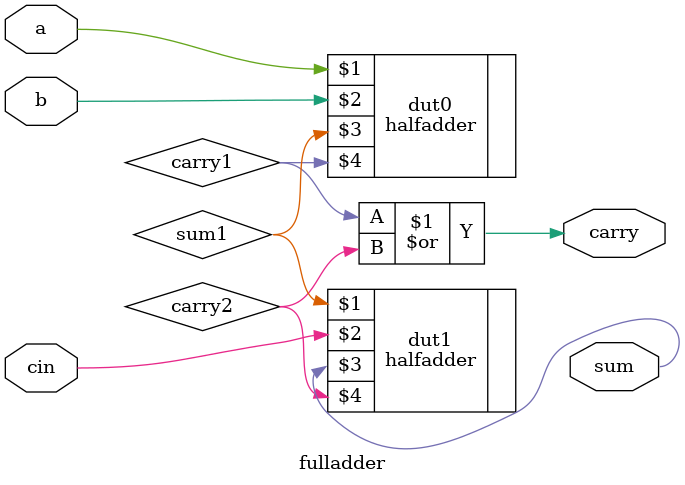
<source format=v>
module fulladder(sum,carry,a,b,cin);
input a,b,cin;
output sum,carry;
wire sum1,sum2,carry1,carry2;
halfadder dut0(a,b,sum1,carry1);
halfadder dut1(sum1,cin,sum,carry2);
assign carry=carry1|carry2;
endmodule

</source>
